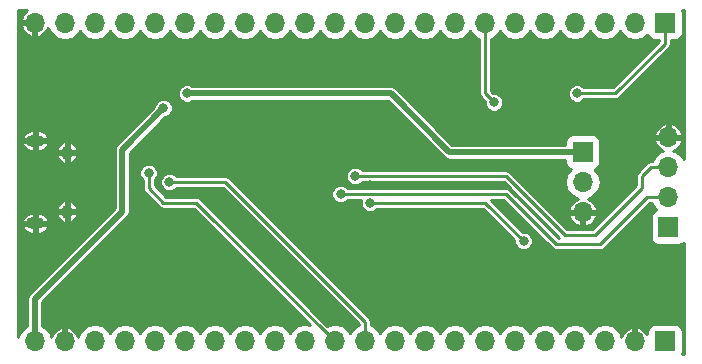
<source format=gbr>
G04 #@! TF.GenerationSoftware,KiCad,Pcbnew,(2017-05-18 revision 2a3a699)-master*
G04 #@! TF.CreationDate,2017-06-18T12:29:58+03:00*
G04 #@! TF.ProjectId,stm32f072c8tx_breakout,73746D333266303732633874785F6272,rev?*
G04 #@! TF.FileFunction,Copper,L2,Bot,Signal*
G04 #@! TF.FilePolarity,Positive*
%FSLAX46Y46*%
G04 Gerber Fmt 4.6, Leading zero omitted, Abs format (unit mm)*
G04 Created by KiCad (PCBNEW (2017-05-18 revision 2a3a699)-master) date Sun Jun 18 12:29:58 2017*
%MOMM*%
%LPD*%
G01*
G04 APERTURE LIST*
%ADD10C,0.100000*%
%ADD11O,1.550000X1.000000*%
%ADD12O,0.950000X1.250000*%
%ADD13R,1.700000X1.700000*%
%ADD14O,1.700000X1.700000*%
%ADD15C,0.800000*%
%ADD16C,0.250000*%
%ADD17C,0.500000*%
%ADD18C,0.254000*%
G04 APERTURE END LIST*
D10*
D11*
X99650000Y-118500000D03*
X99650000Y-111500000D03*
D12*
X102350000Y-117500000D03*
X102350000Y-112500000D03*
D13*
X152960000Y-128500000D03*
D14*
X150420000Y-128500000D03*
X147880000Y-128500000D03*
X145340000Y-128500000D03*
X142800000Y-128500000D03*
X140260000Y-128500000D03*
X137720000Y-128500000D03*
X135180000Y-128500000D03*
X132640000Y-128500000D03*
X130100000Y-128500000D03*
X127560000Y-128500000D03*
X125020000Y-128500000D03*
X122480000Y-128500000D03*
X119940000Y-128500000D03*
X117400000Y-128500000D03*
X114860000Y-128500000D03*
X112320000Y-128500000D03*
X109780000Y-128500000D03*
X107240000Y-128500000D03*
X104700000Y-128500000D03*
X102160000Y-128500000D03*
X99620000Y-128500000D03*
X99620000Y-101500000D03*
X102160000Y-101500000D03*
X104700000Y-101500000D03*
X107240000Y-101500000D03*
X109780000Y-101500000D03*
X112320000Y-101500000D03*
X114860000Y-101500000D03*
X117400000Y-101500000D03*
X119940000Y-101500000D03*
X122480000Y-101500000D03*
X125020000Y-101500000D03*
X127560000Y-101500000D03*
X130100000Y-101500000D03*
X132640000Y-101500000D03*
X135180000Y-101500000D03*
X137720000Y-101500000D03*
X140260000Y-101500000D03*
X142800000Y-101500000D03*
X145340000Y-101500000D03*
X147880000Y-101500000D03*
X150420000Y-101500000D03*
D13*
X152960000Y-101500000D03*
D14*
X146000000Y-117540000D03*
X146000000Y-115000000D03*
D13*
X146000000Y-112460000D03*
D14*
X153250000Y-111210000D03*
X153250000Y-113750000D03*
X153250000Y-116290000D03*
D13*
X153250000Y-118830000D03*
D15*
X132750000Y-106750000D03*
X120500000Y-115000000D03*
X110000000Y-122500000D03*
X128012657Y-113487338D03*
X124000000Y-114500000D03*
X128000000Y-115250000D03*
X126500000Y-121000000D03*
X114750000Y-109000000D03*
X104000000Y-108750000D03*
X112500000Y-107500000D03*
X128000000Y-116750000D03*
X141000000Y-120000000D03*
X110500000Y-108750000D03*
X111000000Y-115000000D03*
X109250000Y-114250000D03*
X138500000Y-108250000D03*
X145500000Y-107500000D03*
X126746224Y-114503776D03*
X125500000Y-116000000D03*
D16*
X132750000Y-106750000D02*
X136000000Y-110000000D01*
X136000000Y-110000000D02*
X149750000Y-110000000D01*
X131000000Y-105000000D02*
X111250000Y-105000000D01*
X132750000Y-106750000D02*
X131000000Y-105000000D01*
X124000000Y-118500000D02*
X124000000Y-115000000D01*
X124000000Y-115000000D02*
X124000000Y-114500000D01*
X120500000Y-115000000D02*
X124000000Y-115000000D01*
X102160000Y-126840000D02*
X106500000Y-122500000D01*
X106500000Y-122500000D02*
X110000000Y-122500000D01*
X102160000Y-128500000D02*
X102160000Y-126840000D01*
X128000000Y-115250000D02*
X126250000Y-115250000D01*
X126250000Y-115250000D02*
X125750000Y-114750000D01*
X125750000Y-114750000D02*
X125750000Y-113487338D01*
X125012662Y-113487338D02*
X125750000Y-113487338D01*
X125750000Y-113487338D02*
X128012657Y-113487338D01*
X153250000Y-111210000D02*
X150960000Y-111210000D01*
X150960000Y-111210000D02*
X149750000Y-110000000D01*
X124000000Y-114500000D02*
X125012662Y-113487338D01*
X124000000Y-118500000D02*
X126500000Y-121000000D01*
X104000000Y-108750000D02*
X107750000Y-105000000D01*
X107750000Y-105000000D02*
X111250000Y-105000000D01*
X111250000Y-107750000D02*
X111250000Y-105000000D01*
X112100001Y-108600001D02*
X111250000Y-107750000D01*
X114750000Y-109000000D02*
X114350001Y-108600001D01*
X114350001Y-108600001D02*
X112100001Y-108600001D01*
D17*
X129750000Y-107500000D02*
X134710000Y-112460000D01*
X134710000Y-112460000D02*
X146000000Y-112460000D01*
X112500000Y-107500000D02*
X129750000Y-107500000D01*
D16*
X137750000Y-116750000D02*
X128000000Y-116750000D01*
X141000000Y-120000000D02*
X137750000Y-116750000D01*
D17*
X110500000Y-108750000D02*
X107000000Y-112250000D01*
X107000000Y-112250000D02*
X107000000Y-117500000D01*
X107000000Y-117500000D02*
X99620000Y-124880000D01*
X99620000Y-124880000D02*
X99620000Y-128500000D01*
D16*
X127560000Y-126810000D02*
X115750000Y-115000000D01*
X115750000Y-115000000D02*
X111000000Y-115000000D01*
X127560000Y-128500000D02*
X127560000Y-126810000D01*
X125020000Y-128500000D02*
X113270000Y-116750000D01*
X113270000Y-116750000D02*
X110500000Y-116750000D01*
X110500000Y-116750000D02*
X109250000Y-115500000D01*
X109250000Y-115500000D02*
X109250000Y-114250000D01*
X137720000Y-101500000D02*
X137720000Y-107470000D01*
X137720000Y-107470000D02*
X138500000Y-108250000D01*
X145500000Y-107500000D02*
X148750000Y-107500000D01*
X148750000Y-107500000D02*
X152960000Y-103290000D01*
X152960000Y-103290000D02*
X152960000Y-101500000D01*
X153250000Y-113750000D02*
X151750000Y-113750000D01*
X151750000Y-113750000D02*
X151000000Y-114500000D01*
X151000000Y-114500000D02*
X151000000Y-115500000D01*
X147000000Y-119500000D02*
X144500000Y-119500000D01*
X151000000Y-115500000D02*
X147000000Y-119500000D01*
X144500000Y-119500000D02*
X139503776Y-114503776D01*
X139503776Y-114503776D02*
X126746224Y-114503776D01*
X125500000Y-116000000D02*
X139500000Y-116000000D01*
X139500000Y-116000000D02*
X143750000Y-120250000D01*
X147500000Y-120250000D02*
X151460000Y-116290000D01*
X151460000Y-116290000D02*
X153250000Y-116290000D01*
X143750000Y-120250000D02*
X147500000Y-120250000D01*
D18*
G36*
X98642348Y-100751944D02*
X98430499Y-101183018D01*
X98490807Y-101373000D01*
X99493000Y-101373000D01*
X99493000Y-101353000D01*
X99747000Y-101353000D01*
X99747000Y-101373000D01*
X99767000Y-101373000D01*
X99767000Y-101627000D01*
X99747000Y-101627000D01*
X99747000Y-102628627D01*
X99936980Y-102689489D01*
X100236964Y-102565245D01*
X100597652Y-102248056D01*
X100760236Y-101917227D01*
X100795430Y-102094159D01*
X101115603Y-102573333D01*
X101594777Y-102893506D01*
X102160000Y-103005936D01*
X102725223Y-102893506D01*
X103204397Y-102573333D01*
X103430000Y-102235693D01*
X103655603Y-102573333D01*
X104134777Y-102893506D01*
X104700000Y-103005936D01*
X105265223Y-102893506D01*
X105744397Y-102573333D01*
X105970000Y-102235693D01*
X106195603Y-102573333D01*
X106674777Y-102893506D01*
X107240000Y-103005936D01*
X107805223Y-102893506D01*
X108284397Y-102573333D01*
X108510000Y-102235693D01*
X108735603Y-102573333D01*
X109214777Y-102893506D01*
X109780000Y-103005936D01*
X110345223Y-102893506D01*
X110824397Y-102573333D01*
X111050000Y-102235693D01*
X111275603Y-102573333D01*
X111754777Y-102893506D01*
X112320000Y-103005936D01*
X112885223Y-102893506D01*
X113364397Y-102573333D01*
X113590000Y-102235693D01*
X113815603Y-102573333D01*
X114294777Y-102893506D01*
X114860000Y-103005936D01*
X115425223Y-102893506D01*
X115904397Y-102573333D01*
X116130000Y-102235693D01*
X116355603Y-102573333D01*
X116834777Y-102893506D01*
X117400000Y-103005936D01*
X117965223Y-102893506D01*
X118444397Y-102573333D01*
X118670000Y-102235693D01*
X118895603Y-102573333D01*
X119374777Y-102893506D01*
X119940000Y-103005936D01*
X120505223Y-102893506D01*
X120984397Y-102573333D01*
X121210000Y-102235693D01*
X121435603Y-102573333D01*
X121914777Y-102893506D01*
X122480000Y-103005936D01*
X123045223Y-102893506D01*
X123524397Y-102573333D01*
X123750000Y-102235693D01*
X123975603Y-102573333D01*
X124454777Y-102893506D01*
X125020000Y-103005936D01*
X125585223Y-102893506D01*
X126064397Y-102573333D01*
X126290000Y-102235693D01*
X126515603Y-102573333D01*
X126994777Y-102893506D01*
X127560000Y-103005936D01*
X128125223Y-102893506D01*
X128604397Y-102573333D01*
X128830000Y-102235693D01*
X129055603Y-102573333D01*
X129534777Y-102893506D01*
X130100000Y-103005936D01*
X130665223Y-102893506D01*
X131144397Y-102573333D01*
X131370000Y-102235693D01*
X131595603Y-102573333D01*
X132074777Y-102893506D01*
X132640000Y-103005936D01*
X133205223Y-102893506D01*
X133684397Y-102573333D01*
X133910000Y-102235693D01*
X134135603Y-102573333D01*
X134614777Y-102893506D01*
X135180000Y-103005936D01*
X135745223Y-102893506D01*
X136224397Y-102573333D01*
X136450000Y-102235693D01*
X136675603Y-102573333D01*
X137154777Y-102893506D01*
X137214000Y-102905286D01*
X137214000Y-107470000D01*
X137252517Y-107663638D01*
X137362204Y-107827796D01*
X137719057Y-108184649D01*
X137718864Y-108404669D01*
X137837514Y-108691823D01*
X138057021Y-108911714D01*
X138343968Y-109030864D01*
X138654669Y-109031136D01*
X138941823Y-108912486D01*
X139161714Y-108692979D01*
X139280864Y-108406032D01*
X139281136Y-108095331D01*
X139162486Y-107808177D01*
X138942979Y-107588286D01*
X138656032Y-107469136D01*
X138434534Y-107468942D01*
X138226000Y-107260408D01*
X138226000Y-102905286D01*
X138285223Y-102893506D01*
X138764397Y-102573333D01*
X138990000Y-102235693D01*
X139215603Y-102573333D01*
X139694777Y-102893506D01*
X140260000Y-103005936D01*
X140825223Y-102893506D01*
X141304397Y-102573333D01*
X141530000Y-102235693D01*
X141755603Y-102573333D01*
X142234777Y-102893506D01*
X142800000Y-103005936D01*
X143365223Y-102893506D01*
X143844397Y-102573333D01*
X144070000Y-102235693D01*
X144295603Y-102573333D01*
X144774777Y-102893506D01*
X145340000Y-103005936D01*
X145905223Y-102893506D01*
X146384397Y-102573333D01*
X146610000Y-102235693D01*
X146835603Y-102573333D01*
X147314777Y-102893506D01*
X147880000Y-103005936D01*
X148445223Y-102893506D01*
X148924397Y-102573333D01*
X149150000Y-102235693D01*
X149375603Y-102573333D01*
X149854777Y-102893506D01*
X150420000Y-103005936D01*
X150985223Y-102893506D01*
X151464397Y-102573333D01*
X151503500Y-102514811D01*
X151519380Y-102594643D01*
X151657959Y-102802041D01*
X151865357Y-102940620D01*
X152110000Y-102989283D01*
X152454000Y-102989283D01*
X152454000Y-103080408D01*
X148540408Y-106994000D01*
X146098421Y-106994000D01*
X145942979Y-106838286D01*
X145656032Y-106719136D01*
X145345331Y-106718864D01*
X145058177Y-106837514D01*
X144838286Y-107057021D01*
X144719136Y-107343968D01*
X144718864Y-107654669D01*
X144837514Y-107941823D01*
X145057021Y-108161714D01*
X145343968Y-108280864D01*
X145654669Y-108281136D01*
X145941823Y-108162486D01*
X146098583Y-108006000D01*
X148750000Y-108006000D01*
X148943638Y-107967483D01*
X149107796Y-107857796D01*
X153317796Y-103647796D01*
X153427483Y-103483638D01*
X153466000Y-103290000D01*
X153466000Y-102989283D01*
X153810000Y-102989283D01*
X154054643Y-102940620D01*
X154262041Y-102802041D01*
X154400620Y-102594643D01*
X154449283Y-102350000D01*
X154449283Y-100650000D01*
X154410694Y-100456000D01*
X154544000Y-100456000D01*
X154544000Y-113035855D01*
X154323333Y-112705603D01*
X153844159Y-112385430D01*
X153667227Y-112350236D01*
X153998056Y-112187652D01*
X154315245Y-111826964D01*
X154439489Y-111526980D01*
X154378627Y-111337000D01*
X153377000Y-111337000D01*
X153377000Y-111357000D01*
X153123000Y-111357000D01*
X153123000Y-111337000D01*
X152121373Y-111337000D01*
X152060511Y-111526980D01*
X152184755Y-111826964D01*
X152501944Y-112187652D01*
X152832773Y-112350236D01*
X152655841Y-112385430D01*
X152176667Y-112705603D01*
X151856494Y-113184777D01*
X151844714Y-113244000D01*
X151750000Y-113244000D01*
X151556362Y-113282517D01*
X151392204Y-113392204D01*
X150642204Y-114142204D01*
X150532517Y-114306362D01*
X150494000Y-114500000D01*
X150494000Y-115290408D01*
X146790408Y-118994000D01*
X144709592Y-118994000D01*
X143572572Y-117856980D01*
X144810511Y-117856980D01*
X144934755Y-118156964D01*
X145251944Y-118517652D01*
X145683018Y-118729501D01*
X145873000Y-118669193D01*
X145873000Y-117667000D01*
X146127000Y-117667000D01*
X146127000Y-118669193D01*
X146316982Y-118729501D01*
X146748056Y-118517652D01*
X147065245Y-118156964D01*
X147189489Y-117856980D01*
X147128627Y-117667000D01*
X146127000Y-117667000D01*
X145873000Y-117667000D01*
X144871373Y-117667000D01*
X144810511Y-117856980D01*
X143572572Y-117856980D01*
X139861572Y-114145980D01*
X139697414Y-114036293D01*
X139503776Y-113997776D01*
X127344645Y-113997776D01*
X127189203Y-113842062D01*
X126902256Y-113722912D01*
X126591555Y-113722640D01*
X126304401Y-113841290D01*
X126084510Y-114060797D01*
X125965360Y-114347744D01*
X125965088Y-114658445D01*
X126083738Y-114945599D01*
X126303245Y-115165490D01*
X126590192Y-115284640D01*
X126900893Y-115284912D01*
X127188047Y-115166262D01*
X127344807Y-115009776D01*
X139294184Y-115009776D01*
X144028408Y-119744000D01*
X143959592Y-119744000D01*
X139857796Y-115642204D01*
X139693638Y-115532517D01*
X139500000Y-115494000D01*
X126098421Y-115494000D01*
X125942979Y-115338286D01*
X125656032Y-115219136D01*
X125345331Y-115218864D01*
X125058177Y-115337514D01*
X124838286Y-115557021D01*
X124719136Y-115843968D01*
X124718864Y-116154669D01*
X124837514Y-116441823D01*
X125057021Y-116661714D01*
X125343968Y-116780864D01*
X125654669Y-116781136D01*
X125941823Y-116662486D01*
X126098583Y-116506000D01*
X127255663Y-116506000D01*
X127219136Y-116593968D01*
X127218864Y-116904669D01*
X127337514Y-117191823D01*
X127557021Y-117411714D01*
X127843968Y-117530864D01*
X128154669Y-117531136D01*
X128441823Y-117412486D01*
X128598583Y-117256000D01*
X137540408Y-117256000D01*
X140219057Y-119934649D01*
X140218864Y-120154669D01*
X140337514Y-120441823D01*
X140557021Y-120661714D01*
X140843968Y-120780864D01*
X141154669Y-120781136D01*
X141441823Y-120662486D01*
X141661714Y-120442979D01*
X141780864Y-120156032D01*
X141781136Y-119845331D01*
X141662486Y-119558177D01*
X141442979Y-119338286D01*
X141156032Y-119219136D01*
X140934534Y-119218942D01*
X138221592Y-116506000D01*
X139290408Y-116506000D01*
X143392204Y-120607796D01*
X143556362Y-120717483D01*
X143750000Y-120756000D01*
X147500000Y-120756000D01*
X147693638Y-120717483D01*
X147857796Y-120607796D01*
X151669592Y-116796000D01*
X151844714Y-116796000D01*
X151856494Y-116855223D01*
X152176667Y-117334397D01*
X152235189Y-117373500D01*
X152155357Y-117389380D01*
X151947959Y-117527959D01*
X151809380Y-117735357D01*
X151760717Y-117980000D01*
X151760717Y-119680000D01*
X151809380Y-119924643D01*
X151947959Y-120132041D01*
X152155357Y-120270620D01*
X152400000Y-120319283D01*
X154100000Y-120319283D01*
X154344643Y-120270620D01*
X154544000Y-120137414D01*
X154544000Y-129544000D01*
X154410694Y-129544000D01*
X154449283Y-129350000D01*
X154449283Y-127650000D01*
X154400620Y-127405357D01*
X154262041Y-127197959D01*
X154054643Y-127059380D01*
X153810000Y-127010717D01*
X152110000Y-127010717D01*
X151865357Y-127059380D01*
X151657959Y-127197959D01*
X151519380Y-127405357D01*
X151470717Y-127650000D01*
X151470717Y-127900618D01*
X151397652Y-127751944D01*
X151036964Y-127434755D01*
X150736980Y-127310511D01*
X150547000Y-127371373D01*
X150547000Y-128373000D01*
X150567000Y-128373000D01*
X150567000Y-128627000D01*
X150547000Y-128627000D01*
X150547000Y-128647000D01*
X150293000Y-128647000D01*
X150293000Y-128627000D01*
X150273000Y-128627000D01*
X150273000Y-128373000D01*
X150293000Y-128373000D01*
X150293000Y-127371373D01*
X150103020Y-127310511D01*
X149803036Y-127434755D01*
X149442348Y-127751944D01*
X149279764Y-128082773D01*
X149244570Y-127905841D01*
X148924397Y-127426667D01*
X148445223Y-127106494D01*
X147880000Y-126994064D01*
X147314777Y-127106494D01*
X146835603Y-127426667D01*
X146610000Y-127764307D01*
X146384397Y-127426667D01*
X145905223Y-127106494D01*
X145340000Y-126994064D01*
X144774777Y-127106494D01*
X144295603Y-127426667D01*
X144070000Y-127764307D01*
X143844397Y-127426667D01*
X143365223Y-127106494D01*
X142800000Y-126994064D01*
X142234777Y-127106494D01*
X141755603Y-127426667D01*
X141530000Y-127764307D01*
X141304397Y-127426667D01*
X140825223Y-127106494D01*
X140260000Y-126994064D01*
X139694777Y-127106494D01*
X139215603Y-127426667D01*
X138990000Y-127764307D01*
X138764397Y-127426667D01*
X138285223Y-127106494D01*
X137720000Y-126994064D01*
X137154777Y-127106494D01*
X136675603Y-127426667D01*
X136450000Y-127764307D01*
X136224397Y-127426667D01*
X135745223Y-127106494D01*
X135180000Y-126994064D01*
X134614777Y-127106494D01*
X134135603Y-127426667D01*
X133910000Y-127764307D01*
X133684397Y-127426667D01*
X133205223Y-127106494D01*
X132640000Y-126994064D01*
X132074777Y-127106494D01*
X131595603Y-127426667D01*
X131370000Y-127764307D01*
X131144397Y-127426667D01*
X130665223Y-127106494D01*
X130100000Y-126994064D01*
X129534777Y-127106494D01*
X129055603Y-127426667D01*
X128830000Y-127764307D01*
X128604397Y-127426667D01*
X128125223Y-127106494D01*
X128066000Y-127094714D01*
X128066000Y-126810000D01*
X128027483Y-126616362D01*
X127917796Y-126452204D01*
X116107796Y-114642204D01*
X115943638Y-114532517D01*
X115750000Y-114494000D01*
X111598421Y-114494000D01*
X111442979Y-114338286D01*
X111156032Y-114219136D01*
X110845331Y-114218864D01*
X110558177Y-114337514D01*
X110338286Y-114557021D01*
X110219136Y-114843968D01*
X110218864Y-115154669D01*
X110337514Y-115441823D01*
X110557021Y-115661714D01*
X110843968Y-115780864D01*
X111154669Y-115781136D01*
X111441823Y-115662486D01*
X111598583Y-115506000D01*
X115540408Y-115506000D01*
X127054000Y-127019592D01*
X127054000Y-127094714D01*
X126994777Y-127106494D01*
X126515603Y-127426667D01*
X126290000Y-127764307D01*
X126064397Y-127426667D01*
X125585223Y-127106494D01*
X125020000Y-126994064D01*
X124454777Y-127106494D01*
X124387224Y-127151632D01*
X113627796Y-116392204D01*
X113463638Y-116282517D01*
X113270000Y-116244000D01*
X110709592Y-116244000D01*
X109756000Y-115290408D01*
X109756000Y-114848421D01*
X109911714Y-114692979D01*
X110030864Y-114406032D01*
X110031136Y-114095331D01*
X109912486Y-113808177D01*
X109692979Y-113588286D01*
X109406032Y-113469136D01*
X109095331Y-113468864D01*
X108808177Y-113587514D01*
X108588286Y-113807021D01*
X108469136Y-114093968D01*
X108468864Y-114404669D01*
X108587514Y-114691823D01*
X108744000Y-114848583D01*
X108744000Y-115500000D01*
X108782517Y-115693638D01*
X108892204Y-115857796D01*
X110142204Y-117107796D01*
X110306362Y-117217483D01*
X110500000Y-117256000D01*
X113060408Y-117256000D01*
X122877550Y-127073142D01*
X122480000Y-126994064D01*
X121914777Y-127106494D01*
X121435603Y-127426667D01*
X121210000Y-127764307D01*
X120984397Y-127426667D01*
X120505223Y-127106494D01*
X119940000Y-126994064D01*
X119374777Y-127106494D01*
X118895603Y-127426667D01*
X118670000Y-127764307D01*
X118444397Y-127426667D01*
X117965223Y-127106494D01*
X117400000Y-126994064D01*
X116834777Y-127106494D01*
X116355603Y-127426667D01*
X116130000Y-127764307D01*
X115904397Y-127426667D01*
X115425223Y-127106494D01*
X114860000Y-126994064D01*
X114294777Y-127106494D01*
X113815603Y-127426667D01*
X113590000Y-127764307D01*
X113364397Y-127426667D01*
X112885223Y-127106494D01*
X112320000Y-126994064D01*
X111754777Y-127106494D01*
X111275603Y-127426667D01*
X111050000Y-127764307D01*
X110824397Y-127426667D01*
X110345223Y-127106494D01*
X109780000Y-126994064D01*
X109214777Y-127106494D01*
X108735603Y-127426667D01*
X108510000Y-127764307D01*
X108284397Y-127426667D01*
X107805223Y-127106494D01*
X107240000Y-126994064D01*
X106674777Y-127106494D01*
X106195603Y-127426667D01*
X105970000Y-127764307D01*
X105744397Y-127426667D01*
X105265223Y-127106494D01*
X104700000Y-126994064D01*
X104134777Y-127106494D01*
X103655603Y-127426667D01*
X103335430Y-127905841D01*
X103300236Y-128082773D01*
X103137652Y-127751944D01*
X102776964Y-127434755D01*
X102476980Y-127310511D01*
X102287000Y-127371373D01*
X102287000Y-128373000D01*
X102307000Y-128373000D01*
X102307000Y-128627000D01*
X102287000Y-128627000D01*
X102287000Y-128647000D01*
X102033000Y-128647000D01*
X102033000Y-128627000D01*
X102013000Y-128627000D01*
X102013000Y-128373000D01*
X102033000Y-128373000D01*
X102033000Y-127371373D01*
X101843020Y-127310511D01*
X101543036Y-127434755D01*
X101182348Y-127751944D01*
X101019764Y-128082773D01*
X100984570Y-127905841D01*
X100664397Y-127426667D01*
X100251000Y-127150445D01*
X100251000Y-125141368D01*
X107446184Y-117946184D01*
X107582968Y-117741473D01*
X107584323Y-117734663D01*
X107631000Y-117500000D01*
X107631000Y-112511368D01*
X110611271Y-109531098D01*
X110654669Y-109531136D01*
X110941823Y-109412486D01*
X111161714Y-109192979D01*
X111280864Y-108906032D01*
X111281136Y-108595331D01*
X111162486Y-108308177D01*
X110942979Y-108088286D01*
X110656032Y-107969136D01*
X110345331Y-107968864D01*
X110058177Y-108087514D01*
X109838286Y-108307021D01*
X109719136Y-108593968D01*
X109719097Y-108638534D01*
X106553816Y-111803816D01*
X106417032Y-112008527D01*
X106369000Y-112250000D01*
X106369000Y-117238632D01*
X99173816Y-124433816D01*
X99037032Y-124638527D01*
X98989000Y-124880000D01*
X98989000Y-127150445D01*
X98575603Y-127426667D01*
X98255430Y-127905841D01*
X98206000Y-128154342D01*
X98206000Y-118761816D01*
X98533802Y-118761816D01*
X98662236Y-119033158D01*
X98920523Y-119265337D01*
X99248000Y-119381000D01*
X99523000Y-119381000D01*
X99523000Y-118627000D01*
X99777000Y-118627000D01*
X99777000Y-119381000D01*
X100052000Y-119381000D01*
X100379477Y-119265337D01*
X100637764Y-119033158D01*
X100766198Y-118761816D01*
X100700419Y-118627000D01*
X99777000Y-118627000D01*
X99523000Y-118627000D01*
X98599581Y-118627000D01*
X98533802Y-118761816D01*
X98206000Y-118761816D01*
X98206000Y-118238184D01*
X98533802Y-118238184D01*
X98599581Y-118373000D01*
X99523000Y-118373000D01*
X99523000Y-117619000D01*
X99777000Y-117619000D01*
X99777000Y-118373000D01*
X100700419Y-118373000D01*
X100766198Y-118238184D01*
X100637764Y-117966842D01*
X100409284Y-117761457D01*
X101499261Y-117761457D01*
X101606672Y-118078537D01*
X101827248Y-118330376D01*
X102092138Y-118466237D01*
X102223000Y-118400074D01*
X102223000Y-117627000D01*
X102477000Y-117627000D01*
X102477000Y-118400074D01*
X102607862Y-118466237D01*
X102872752Y-118330376D01*
X103093328Y-118078537D01*
X103200739Y-117761457D01*
X103112451Y-117627000D01*
X102477000Y-117627000D01*
X102223000Y-117627000D01*
X101587549Y-117627000D01*
X101499261Y-117761457D01*
X100409284Y-117761457D01*
X100379477Y-117734663D01*
X100052000Y-117619000D01*
X99777000Y-117619000D01*
X99523000Y-117619000D01*
X99248000Y-117619000D01*
X98920523Y-117734663D01*
X98662236Y-117966842D01*
X98533802Y-118238184D01*
X98206000Y-118238184D01*
X98206000Y-117238543D01*
X101499261Y-117238543D01*
X101587549Y-117373000D01*
X102223000Y-117373000D01*
X102223000Y-116599926D01*
X102477000Y-116599926D01*
X102477000Y-117373000D01*
X103112451Y-117373000D01*
X103200739Y-117238543D01*
X103093328Y-116921463D01*
X102872752Y-116669624D01*
X102607862Y-116533763D01*
X102477000Y-116599926D01*
X102223000Y-116599926D01*
X102092138Y-116533763D01*
X101827248Y-116669624D01*
X101606672Y-116921463D01*
X101499261Y-117238543D01*
X98206000Y-117238543D01*
X98206000Y-112761457D01*
X101499261Y-112761457D01*
X101606672Y-113078537D01*
X101827248Y-113330376D01*
X102092138Y-113466237D01*
X102223000Y-113400074D01*
X102223000Y-112627000D01*
X102477000Y-112627000D01*
X102477000Y-113400074D01*
X102607862Y-113466237D01*
X102872752Y-113330376D01*
X103093328Y-113078537D01*
X103200739Y-112761457D01*
X103112451Y-112627000D01*
X102477000Y-112627000D01*
X102223000Y-112627000D01*
X101587549Y-112627000D01*
X101499261Y-112761457D01*
X98206000Y-112761457D01*
X98206000Y-111761816D01*
X98533802Y-111761816D01*
X98662236Y-112033158D01*
X98920523Y-112265337D01*
X99248000Y-112381000D01*
X99523000Y-112381000D01*
X99523000Y-111627000D01*
X99777000Y-111627000D01*
X99777000Y-112381000D01*
X100052000Y-112381000D01*
X100379477Y-112265337D01*
X100409283Y-112238543D01*
X101499261Y-112238543D01*
X101587549Y-112373000D01*
X102223000Y-112373000D01*
X102223000Y-111599926D01*
X102477000Y-111599926D01*
X102477000Y-112373000D01*
X103112451Y-112373000D01*
X103200739Y-112238543D01*
X103093328Y-111921463D01*
X102872752Y-111669624D01*
X102607862Y-111533763D01*
X102477000Y-111599926D01*
X102223000Y-111599926D01*
X102092138Y-111533763D01*
X101827248Y-111669624D01*
X101606672Y-111921463D01*
X101499261Y-112238543D01*
X100409283Y-112238543D01*
X100637764Y-112033158D01*
X100766198Y-111761816D01*
X100700419Y-111627000D01*
X99777000Y-111627000D01*
X99523000Y-111627000D01*
X98599581Y-111627000D01*
X98533802Y-111761816D01*
X98206000Y-111761816D01*
X98206000Y-111238184D01*
X98533802Y-111238184D01*
X98599581Y-111373000D01*
X99523000Y-111373000D01*
X99523000Y-110619000D01*
X99777000Y-110619000D01*
X99777000Y-111373000D01*
X100700419Y-111373000D01*
X100766198Y-111238184D01*
X100637764Y-110966842D01*
X100379477Y-110734663D01*
X100052000Y-110619000D01*
X99777000Y-110619000D01*
X99523000Y-110619000D01*
X99248000Y-110619000D01*
X98920523Y-110734663D01*
X98662236Y-110966842D01*
X98533802Y-111238184D01*
X98206000Y-111238184D01*
X98206000Y-107654669D01*
X111718864Y-107654669D01*
X111837514Y-107941823D01*
X112057021Y-108161714D01*
X112343968Y-108280864D01*
X112654669Y-108281136D01*
X112941823Y-108162486D01*
X112973364Y-108131000D01*
X129488632Y-108131000D01*
X134263815Y-112906184D01*
X134468526Y-113042968D01*
X134508589Y-113050937D01*
X134710000Y-113091000D01*
X144510717Y-113091000D01*
X144510717Y-113310000D01*
X144559380Y-113554643D01*
X144697959Y-113762041D01*
X144905357Y-113900620D01*
X144985189Y-113916500D01*
X144926667Y-113955603D01*
X144606494Y-114434777D01*
X144494064Y-115000000D01*
X144606494Y-115565223D01*
X144926667Y-116044397D01*
X145405841Y-116364570D01*
X145582773Y-116399764D01*
X145251944Y-116562348D01*
X144934755Y-116923036D01*
X144810511Y-117223020D01*
X144871373Y-117413000D01*
X145873000Y-117413000D01*
X145873000Y-117393000D01*
X146127000Y-117393000D01*
X146127000Y-117413000D01*
X147128627Y-117413000D01*
X147189489Y-117223020D01*
X147065245Y-116923036D01*
X146748056Y-116562348D01*
X146417227Y-116399764D01*
X146594159Y-116364570D01*
X147073333Y-116044397D01*
X147393506Y-115565223D01*
X147505936Y-115000000D01*
X147393506Y-114434777D01*
X147073333Y-113955603D01*
X147014811Y-113916500D01*
X147094643Y-113900620D01*
X147302041Y-113762041D01*
X147440620Y-113554643D01*
X147489283Y-113310000D01*
X147489283Y-111610000D01*
X147440620Y-111365357D01*
X147302041Y-111157959D01*
X147094643Y-111019380D01*
X146850000Y-110970717D01*
X145150000Y-110970717D01*
X144905357Y-111019380D01*
X144697959Y-111157959D01*
X144559380Y-111365357D01*
X144510717Y-111610000D01*
X144510717Y-111829000D01*
X134971369Y-111829000D01*
X134035389Y-110893020D01*
X152060511Y-110893020D01*
X152121373Y-111083000D01*
X153123000Y-111083000D01*
X153123000Y-110080807D01*
X153377000Y-110080807D01*
X153377000Y-111083000D01*
X154378627Y-111083000D01*
X154439489Y-110893020D01*
X154315245Y-110593036D01*
X153998056Y-110232348D01*
X153566982Y-110020499D01*
X153377000Y-110080807D01*
X153123000Y-110080807D01*
X152933018Y-110020499D01*
X152501944Y-110232348D01*
X152184755Y-110593036D01*
X152060511Y-110893020D01*
X134035389Y-110893020D01*
X130196184Y-107053816D01*
X129991473Y-106917032D01*
X129750000Y-106869000D01*
X112973639Y-106869000D01*
X112942979Y-106838286D01*
X112656032Y-106719136D01*
X112345331Y-106718864D01*
X112058177Y-106837514D01*
X111838286Y-107057021D01*
X111719136Y-107343968D01*
X111718864Y-107654669D01*
X98206000Y-107654669D01*
X98206000Y-101816982D01*
X98430499Y-101816982D01*
X98642348Y-102248056D01*
X99003036Y-102565245D01*
X99303020Y-102689489D01*
X99493000Y-102628627D01*
X99493000Y-101627000D01*
X98490807Y-101627000D01*
X98430499Y-101816982D01*
X98206000Y-101816982D01*
X98206000Y-100456000D01*
X98978877Y-100456000D01*
X98642348Y-100751944D01*
X98642348Y-100751944D01*
G37*
X98642348Y-100751944D02*
X98430499Y-101183018D01*
X98490807Y-101373000D01*
X99493000Y-101373000D01*
X99493000Y-101353000D01*
X99747000Y-101353000D01*
X99747000Y-101373000D01*
X99767000Y-101373000D01*
X99767000Y-101627000D01*
X99747000Y-101627000D01*
X99747000Y-102628627D01*
X99936980Y-102689489D01*
X100236964Y-102565245D01*
X100597652Y-102248056D01*
X100760236Y-101917227D01*
X100795430Y-102094159D01*
X101115603Y-102573333D01*
X101594777Y-102893506D01*
X102160000Y-103005936D01*
X102725223Y-102893506D01*
X103204397Y-102573333D01*
X103430000Y-102235693D01*
X103655603Y-102573333D01*
X104134777Y-102893506D01*
X104700000Y-103005936D01*
X105265223Y-102893506D01*
X105744397Y-102573333D01*
X105970000Y-102235693D01*
X106195603Y-102573333D01*
X106674777Y-102893506D01*
X107240000Y-103005936D01*
X107805223Y-102893506D01*
X108284397Y-102573333D01*
X108510000Y-102235693D01*
X108735603Y-102573333D01*
X109214777Y-102893506D01*
X109780000Y-103005936D01*
X110345223Y-102893506D01*
X110824397Y-102573333D01*
X111050000Y-102235693D01*
X111275603Y-102573333D01*
X111754777Y-102893506D01*
X112320000Y-103005936D01*
X112885223Y-102893506D01*
X113364397Y-102573333D01*
X113590000Y-102235693D01*
X113815603Y-102573333D01*
X114294777Y-102893506D01*
X114860000Y-103005936D01*
X115425223Y-102893506D01*
X115904397Y-102573333D01*
X116130000Y-102235693D01*
X116355603Y-102573333D01*
X116834777Y-102893506D01*
X117400000Y-103005936D01*
X117965223Y-102893506D01*
X118444397Y-102573333D01*
X118670000Y-102235693D01*
X118895603Y-102573333D01*
X119374777Y-102893506D01*
X119940000Y-103005936D01*
X120505223Y-102893506D01*
X120984397Y-102573333D01*
X121210000Y-102235693D01*
X121435603Y-102573333D01*
X121914777Y-102893506D01*
X122480000Y-103005936D01*
X123045223Y-102893506D01*
X123524397Y-102573333D01*
X123750000Y-102235693D01*
X123975603Y-102573333D01*
X124454777Y-102893506D01*
X125020000Y-103005936D01*
X125585223Y-102893506D01*
X126064397Y-102573333D01*
X126290000Y-102235693D01*
X126515603Y-102573333D01*
X126994777Y-102893506D01*
X127560000Y-103005936D01*
X128125223Y-102893506D01*
X128604397Y-102573333D01*
X128830000Y-102235693D01*
X129055603Y-102573333D01*
X129534777Y-102893506D01*
X130100000Y-103005936D01*
X130665223Y-102893506D01*
X131144397Y-102573333D01*
X131370000Y-102235693D01*
X131595603Y-102573333D01*
X132074777Y-102893506D01*
X132640000Y-103005936D01*
X133205223Y-102893506D01*
X133684397Y-102573333D01*
X133910000Y-102235693D01*
X134135603Y-102573333D01*
X134614777Y-102893506D01*
X135180000Y-103005936D01*
X135745223Y-102893506D01*
X136224397Y-102573333D01*
X136450000Y-102235693D01*
X136675603Y-102573333D01*
X137154777Y-102893506D01*
X137214000Y-102905286D01*
X137214000Y-107470000D01*
X137252517Y-107663638D01*
X137362204Y-107827796D01*
X137719057Y-108184649D01*
X137718864Y-108404669D01*
X137837514Y-108691823D01*
X138057021Y-108911714D01*
X138343968Y-109030864D01*
X138654669Y-109031136D01*
X138941823Y-108912486D01*
X139161714Y-108692979D01*
X139280864Y-108406032D01*
X139281136Y-108095331D01*
X139162486Y-107808177D01*
X138942979Y-107588286D01*
X138656032Y-107469136D01*
X138434534Y-107468942D01*
X138226000Y-107260408D01*
X138226000Y-102905286D01*
X138285223Y-102893506D01*
X138764397Y-102573333D01*
X138990000Y-102235693D01*
X139215603Y-102573333D01*
X139694777Y-102893506D01*
X140260000Y-103005936D01*
X140825223Y-102893506D01*
X141304397Y-102573333D01*
X141530000Y-102235693D01*
X141755603Y-102573333D01*
X142234777Y-102893506D01*
X142800000Y-103005936D01*
X143365223Y-102893506D01*
X143844397Y-102573333D01*
X144070000Y-102235693D01*
X144295603Y-102573333D01*
X144774777Y-102893506D01*
X145340000Y-103005936D01*
X145905223Y-102893506D01*
X146384397Y-102573333D01*
X146610000Y-102235693D01*
X146835603Y-102573333D01*
X147314777Y-102893506D01*
X147880000Y-103005936D01*
X148445223Y-102893506D01*
X148924397Y-102573333D01*
X149150000Y-102235693D01*
X149375603Y-102573333D01*
X149854777Y-102893506D01*
X150420000Y-103005936D01*
X150985223Y-102893506D01*
X151464397Y-102573333D01*
X151503500Y-102514811D01*
X151519380Y-102594643D01*
X151657959Y-102802041D01*
X151865357Y-102940620D01*
X152110000Y-102989283D01*
X152454000Y-102989283D01*
X152454000Y-103080408D01*
X148540408Y-106994000D01*
X146098421Y-106994000D01*
X145942979Y-106838286D01*
X145656032Y-106719136D01*
X145345331Y-106718864D01*
X145058177Y-106837514D01*
X144838286Y-107057021D01*
X144719136Y-107343968D01*
X144718864Y-107654669D01*
X144837514Y-107941823D01*
X145057021Y-108161714D01*
X145343968Y-108280864D01*
X145654669Y-108281136D01*
X145941823Y-108162486D01*
X146098583Y-108006000D01*
X148750000Y-108006000D01*
X148943638Y-107967483D01*
X149107796Y-107857796D01*
X153317796Y-103647796D01*
X153427483Y-103483638D01*
X153466000Y-103290000D01*
X153466000Y-102989283D01*
X153810000Y-102989283D01*
X154054643Y-102940620D01*
X154262041Y-102802041D01*
X154400620Y-102594643D01*
X154449283Y-102350000D01*
X154449283Y-100650000D01*
X154410694Y-100456000D01*
X154544000Y-100456000D01*
X154544000Y-113035855D01*
X154323333Y-112705603D01*
X153844159Y-112385430D01*
X153667227Y-112350236D01*
X153998056Y-112187652D01*
X154315245Y-111826964D01*
X154439489Y-111526980D01*
X154378627Y-111337000D01*
X153377000Y-111337000D01*
X153377000Y-111357000D01*
X153123000Y-111357000D01*
X153123000Y-111337000D01*
X152121373Y-111337000D01*
X152060511Y-111526980D01*
X152184755Y-111826964D01*
X152501944Y-112187652D01*
X152832773Y-112350236D01*
X152655841Y-112385430D01*
X152176667Y-112705603D01*
X151856494Y-113184777D01*
X151844714Y-113244000D01*
X151750000Y-113244000D01*
X151556362Y-113282517D01*
X151392204Y-113392204D01*
X150642204Y-114142204D01*
X150532517Y-114306362D01*
X150494000Y-114500000D01*
X150494000Y-115290408D01*
X146790408Y-118994000D01*
X144709592Y-118994000D01*
X143572572Y-117856980D01*
X144810511Y-117856980D01*
X144934755Y-118156964D01*
X145251944Y-118517652D01*
X145683018Y-118729501D01*
X145873000Y-118669193D01*
X145873000Y-117667000D01*
X146127000Y-117667000D01*
X146127000Y-118669193D01*
X146316982Y-118729501D01*
X146748056Y-118517652D01*
X147065245Y-118156964D01*
X147189489Y-117856980D01*
X147128627Y-117667000D01*
X146127000Y-117667000D01*
X145873000Y-117667000D01*
X144871373Y-117667000D01*
X144810511Y-117856980D01*
X143572572Y-117856980D01*
X139861572Y-114145980D01*
X139697414Y-114036293D01*
X139503776Y-113997776D01*
X127344645Y-113997776D01*
X127189203Y-113842062D01*
X126902256Y-113722912D01*
X126591555Y-113722640D01*
X126304401Y-113841290D01*
X126084510Y-114060797D01*
X125965360Y-114347744D01*
X125965088Y-114658445D01*
X126083738Y-114945599D01*
X126303245Y-115165490D01*
X126590192Y-115284640D01*
X126900893Y-115284912D01*
X127188047Y-115166262D01*
X127344807Y-115009776D01*
X139294184Y-115009776D01*
X144028408Y-119744000D01*
X143959592Y-119744000D01*
X139857796Y-115642204D01*
X139693638Y-115532517D01*
X139500000Y-115494000D01*
X126098421Y-115494000D01*
X125942979Y-115338286D01*
X125656032Y-115219136D01*
X125345331Y-115218864D01*
X125058177Y-115337514D01*
X124838286Y-115557021D01*
X124719136Y-115843968D01*
X124718864Y-116154669D01*
X124837514Y-116441823D01*
X125057021Y-116661714D01*
X125343968Y-116780864D01*
X125654669Y-116781136D01*
X125941823Y-116662486D01*
X126098583Y-116506000D01*
X127255663Y-116506000D01*
X127219136Y-116593968D01*
X127218864Y-116904669D01*
X127337514Y-117191823D01*
X127557021Y-117411714D01*
X127843968Y-117530864D01*
X128154669Y-117531136D01*
X128441823Y-117412486D01*
X128598583Y-117256000D01*
X137540408Y-117256000D01*
X140219057Y-119934649D01*
X140218864Y-120154669D01*
X140337514Y-120441823D01*
X140557021Y-120661714D01*
X140843968Y-120780864D01*
X141154669Y-120781136D01*
X141441823Y-120662486D01*
X141661714Y-120442979D01*
X141780864Y-120156032D01*
X141781136Y-119845331D01*
X141662486Y-119558177D01*
X141442979Y-119338286D01*
X141156032Y-119219136D01*
X140934534Y-119218942D01*
X138221592Y-116506000D01*
X139290408Y-116506000D01*
X143392204Y-120607796D01*
X143556362Y-120717483D01*
X143750000Y-120756000D01*
X147500000Y-120756000D01*
X147693638Y-120717483D01*
X147857796Y-120607796D01*
X151669592Y-116796000D01*
X151844714Y-116796000D01*
X151856494Y-116855223D01*
X152176667Y-117334397D01*
X152235189Y-117373500D01*
X152155357Y-117389380D01*
X151947959Y-117527959D01*
X151809380Y-117735357D01*
X151760717Y-117980000D01*
X151760717Y-119680000D01*
X151809380Y-119924643D01*
X151947959Y-120132041D01*
X152155357Y-120270620D01*
X152400000Y-120319283D01*
X154100000Y-120319283D01*
X154344643Y-120270620D01*
X154544000Y-120137414D01*
X154544000Y-129544000D01*
X154410694Y-129544000D01*
X154449283Y-129350000D01*
X154449283Y-127650000D01*
X154400620Y-127405357D01*
X154262041Y-127197959D01*
X154054643Y-127059380D01*
X153810000Y-127010717D01*
X152110000Y-127010717D01*
X151865357Y-127059380D01*
X151657959Y-127197959D01*
X151519380Y-127405357D01*
X151470717Y-127650000D01*
X151470717Y-127900618D01*
X151397652Y-127751944D01*
X151036964Y-127434755D01*
X150736980Y-127310511D01*
X150547000Y-127371373D01*
X150547000Y-128373000D01*
X150567000Y-128373000D01*
X150567000Y-128627000D01*
X150547000Y-128627000D01*
X150547000Y-128647000D01*
X150293000Y-128647000D01*
X150293000Y-128627000D01*
X150273000Y-128627000D01*
X150273000Y-128373000D01*
X150293000Y-128373000D01*
X150293000Y-127371373D01*
X150103020Y-127310511D01*
X149803036Y-127434755D01*
X149442348Y-127751944D01*
X149279764Y-128082773D01*
X149244570Y-127905841D01*
X148924397Y-127426667D01*
X148445223Y-127106494D01*
X147880000Y-126994064D01*
X147314777Y-127106494D01*
X146835603Y-127426667D01*
X146610000Y-127764307D01*
X146384397Y-127426667D01*
X145905223Y-127106494D01*
X145340000Y-126994064D01*
X144774777Y-127106494D01*
X144295603Y-127426667D01*
X144070000Y-127764307D01*
X143844397Y-127426667D01*
X143365223Y-127106494D01*
X142800000Y-126994064D01*
X142234777Y-127106494D01*
X141755603Y-127426667D01*
X141530000Y-127764307D01*
X141304397Y-127426667D01*
X140825223Y-127106494D01*
X140260000Y-126994064D01*
X139694777Y-127106494D01*
X139215603Y-127426667D01*
X138990000Y-127764307D01*
X138764397Y-127426667D01*
X138285223Y-127106494D01*
X137720000Y-126994064D01*
X137154777Y-127106494D01*
X136675603Y-127426667D01*
X136450000Y-127764307D01*
X136224397Y-127426667D01*
X135745223Y-127106494D01*
X135180000Y-126994064D01*
X134614777Y-127106494D01*
X134135603Y-127426667D01*
X133910000Y-127764307D01*
X133684397Y-127426667D01*
X133205223Y-127106494D01*
X132640000Y-126994064D01*
X132074777Y-127106494D01*
X131595603Y-127426667D01*
X131370000Y-127764307D01*
X131144397Y-127426667D01*
X130665223Y-127106494D01*
X130100000Y-126994064D01*
X129534777Y-127106494D01*
X129055603Y-127426667D01*
X128830000Y-127764307D01*
X128604397Y-127426667D01*
X128125223Y-127106494D01*
X128066000Y-127094714D01*
X128066000Y-126810000D01*
X128027483Y-126616362D01*
X127917796Y-126452204D01*
X116107796Y-114642204D01*
X115943638Y-114532517D01*
X115750000Y-114494000D01*
X111598421Y-114494000D01*
X111442979Y-114338286D01*
X111156032Y-114219136D01*
X110845331Y-114218864D01*
X110558177Y-114337514D01*
X110338286Y-114557021D01*
X110219136Y-114843968D01*
X110218864Y-115154669D01*
X110337514Y-115441823D01*
X110557021Y-115661714D01*
X110843968Y-115780864D01*
X111154669Y-115781136D01*
X111441823Y-115662486D01*
X111598583Y-115506000D01*
X115540408Y-115506000D01*
X127054000Y-127019592D01*
X127054000Y-127094714D01*
X126994777Y-127106494D01*
X126515603Y-127426667D01*
X126290000Y-127764307D01*
X126064397Y-127426667D01*
X125585223Y-127106494D01*
X125020000Y-126994064D01*
X124454777Y-127106494D01*
X124387224Y-127151632D01*
X113627796Y-116392204D01*
X113463638Y-116282517D01*
X113270000Y-116244000D01*
X110709592Y-116244000D01*
X109756000Y-115290408D01*
X109756000Y-114848421D01*
X109911714Y-114692979D01*
X110030864Y-114406032D01*
X110031136Y-114095331D01*
X109912486Y-113808177D01*
X109692979Y-113588286D01*
X109406032Y-113469136D01*
X109095331Y-113468864D01*
X108808177Y-113587514D01*
X108588286Y-113807021D01*
X108469136Y-114093968D01*
X108468864Y-114404669D01*
X108587514Y-114691823D01*
X108744000Y-114848583D01*
X108744000Y-115500000D01*
X108782517Y-115693638D01*
X108892204Y-115857796D01*
X110142204Y-117107796D01*
X110306362Y-117217483D01*
X110500000Y-117256000D01*
X113060408Y-117256000D01*
X122877550Y-127073142D01*
X122480000Y-126994064D01*
X121914777Y-127106494D01*
X121435603Y-127426667D01*
X121210000Y-127764307D01*
X120984397Y-127426667D01*
X120505223Y-127106494D01*
X119940000Y-126994064D01*
X119374777Y-127106494D01*
X118895603Y-127426667D01*
X118670000Y-127764307D01*
X118444397Y-127426667D01*
X117965223Y-127106494D01*
X117400000Y-126994064D01*
X116834777Y-127106494D01*
X116355603Y-127426667D01*
X116130000Y-127764307D01*
X115904397Y-127426667D01*
X115425223Y-127106494D01*
X114860000Y-126994064D01*
X114294777Y-127106494D01*
X113815603Y-127426667D01*
X113590000Y-127764307D01*
X113364397Y-127426667D01*
X112885223Y-127106494D01*
X112320000Y-126994064D01*
X111754777Y-127106494D01*
X111275603Y-127426667D01*
X111050000Y-127764307D01*
X110824397Y-127426667D01*
X110345223Y-127106494D01*
X109780000Y-126994064D01*
X109214777Y-127106494D01*
X108735603Y-127426667D01*
X108510000Y-127764307D01*
X108284397Y-127426667D01*
X107805223Y-127106494D01*
X107240000Y-126994064D01*
X106674777Y-127106494D01*
X106195603Y-127426667D01*
X105970000Y-127764307D01*
X105744397Y-127426667D01*
X105265223Y-127106494D01*
X104700000Y-126994064D01*
X104134777Y-127106494D01*
X103655603Y-127426667D01*
X103335430Y-127905841D01*
X103300236Y-128082773D01*
X103137652Y-127751944D01*
X102776964Y-127434755D01*
X102476980Y-127310511D01*
X102287000Y-127371373D01*
X102287000Y-128373000D01*
X102307000Y-128373000D01*
X102307000Y-128627000D01*
X102287000Y-128627000D01*
X102287000Y-128647000D01*
X102033000Y-128647000D01*
X102033000Y-128627000D01*
X102013000Y-128627000D01*
X102013000Y-128373000D01*
X102033000Y-128373000D01*
X102033000Y-127371373D01*
X101843020Y-127310511D01*
X101543036Y-127434755D01*
X101182348Y-127751944D01*
X101019764Y-128082773D01*
X100984570Y-127905841D01*
X100664397Y-127426667D01*
X100251000Y-127150445D01*
X100251000Y-125141368D01*
X107446184Y-117946184D01*
X107582968Y-117741473D01*
X107584323Y-117734663D01*
X107631000Y-117500000D01*
X107631000Y-112511368D01*
X110611271Y-109531098D01*
X110654669Y-109531136D01*
X110941823Y-109412486D01*
X111161714Y-109192979D01*
X111280864Y-108906032D01*
X111281136Y-108595331D01*
X111162486Y-108308177D01*
X110942979Y-108088286D01*
X110656032Y-107969136D01*
X110345331Y-107968864D01*
X110058177Y-108087514D01*
X109838286Y-108307021D01*
X109719136Y-108593968D01*
X109719097Y-108638534D01*
X106553816Y-111803816D01*
X106417032Y-112008527D01*
X106369000Y-112250000D01*
X106369000Y-117238632D01*
X99173816Y-124433816D01*
X99037032Y-124638527D01*
X98989000Y-124880000D01*
X98989000Y-127150445D01*
X98575603Y-127426667D01*
X98255430Y-127905841D01*
X98206000Y-128154342D01*
X98206000Y-118761816D01*
X98533802Y-118761816D01*
X98662236Y-119033158D01*
X98920523Y-119265337D01*
X99248000Y-119381000D01*
X99523000Y-119381000D01*
X99523000Y-118627000D01*
X99777000Y-118627000D01*
X99777000Y-119381000D01*
X100052000Y-119381000D01*
X100379477Y-119265337D01*
X100637764Y-119033158D01*
X100766198Y-118761816D01*
X100700419Y-118627000D01*
X99777000Y-118627000D01*
X99523000Y-118627000D01*
X98599581Y-118627000D01*
X98533802Y-118761816D01*
X98206000Y-118761816D01*
X98206000Y-118238184D01*
X98533802Y-118238184D01*
X98599581Y-118373000D01*
X99523000Y-118373000D01*
X99523000Y-117619000D01*
X99777000Y-117619000D01*
X99777000Y-118373000D01*
X100700419Y-118373000D01*
X100766198Y-118238184D01*
X100637764Y-117966842D01*
X100409284Y-117761457D01*
X101499261Y-117761457D01*
X101606672Y-118078537D01*
X101827248Y-118330376D01*
X102092138Y-118466237D01*
X102223000Y-118400074D01*
X102223000Y-117627000D01*
X102477000Y-117627000D01*
X102477000Y-118400074D01*
X102607862Y-118466237D01*
X102872752Y-118330376D01*
X103093328Y-118078537D01*
X103200739Y-117761457D01*
X103112451Y-117627000D01*
X102477000Y-117627000D01*
X102223000Y-117627000D01*
X101587549Y-117627000D01*
X101499261Y-117761457D01*
X100409284Y-117761457D01*
X100379477Y-117734663D01*
X100052000Y-117619000D01*
X99777000Y-117619000D01*
X99523000Y-117619000D01*
X99248000Y-117619000D01*
X98920523Y-117734663D01*
X98662236Y-117966842D01*
X98533802Y-118238184D01*
X98206000Y-118238184D01*
X98206000Y-117238543D01*
X101499261Y-117238543D01*
X101587549Y-117373000D01*
X102223000Y-117373000D01*
X102223000Y-116599926D01*
X102477000Y-116599926D01*
X102477000Y-117373000D01*
X103112451Y-117373000D01*
X103200739Y-117238543D01*
X103093328Y-116921463D01*
X102872752Y-116669624D01*
X102607862Y-116533763D01*
X102477000Y-116599926D01*
X102223000Y-116599926D01*
X102092138Y-116533763D01*
X101827248Y-116669624D01*
X101606672Y-116921463D01*
X101499261Y-117238543D01*
X98206000Y-117238543D01*
X98206000Y-112761457D01*
X101499261Y-112761457D01*
X101606672Y-113078537D01*
X101827248Y-113330376D01*
X102092138Y-113466237D01*
X102223000Y-113400074D01*
X102223000Y-112627000D01*
X102477000Y-112627000D01*
X102477000Y-113400074D01*
X102607862Y-113466237D01*
X102872752Y-113330376D01*
X103093328Y-113078537D01*
X103200739Y-112761457D01*
X103112451Y-112627000D01*
X102477000Y-112627000D01*
X102223000Y-112627000D01*
X101587549Y-112627000D01*
X101499261Y-112761457D01*
X98206000Y-112761457D01*
X98206000Y-111761816D01*
X98533802Y-111761816D01*
X98662236Y-112033158D01*
X98920523Y-112265337D01*
X99248000Y-112381000D01*
X99523000Y-112381000D01*
X99523000Y-111627000D01*
X99777000Y-111627000D01*
X99777000Y-112381000D01*
X100052000Y-112381000D01*
X100379477Y-112265337D01*
X100409283Y-112238543D01*
X101499261Y-112238543D01*
X101587549Y-112373000D01*
X102223000Y-112373000D01*
X102223000Y-111599926D01*
X102477000Y-111599926D01*
X102477000Y-112373000D01*
X103112451Y-112373000D01*
X103200739Y-112238543D01*
X103093328Y-111921463D01*
X102872752Y-111669624D01*
X102607862Y-111533763D01*
X102477000Y-111599926D01*
X102223000Y-111599926D01*
X102092138Y-111533763D01*
X101827248Y-111669624D01*
X101606672Y-111921463D01*
X101499261Y-112238543D01*
X100409283Y-112238543D01*
X100637764Y-112033158D01*
X100766198Y-111761816D01*
X100700419Y-111627000D01*
X99777000Y-111627000D01*
X99523000Y-111627000D01*
X98599581Y-111627000D01*
X98533802Y-111761816D01*
X98206000Y-111761816D01*
X98206000Y-111238184D01*
X98533802Y-111238184D01*
X98599581Y-111373000D01*
X99523000Y-111373000D01*
X99523000Y-110619000D01*
X99777000Y-110619000D01*
X99777000Y-111373000D01*
X100700419Y-111373000D01*
X100766198Y-111238184D01*
X100637764Y-110966842D01*
X100379477Y-110734663D01*
X100052000Y-110619000D01*
X99777000Y-110619000D01*
X99523000Y-110619000D01*
X99248000Y-110619000D01*
X98920523Y-110734663D01*
X98662236Y-110966842D01*
X98533802Y-111238184D01*
X98206000Y-111238184D01*
X98206000Y-107654669D01*
X111718864Y-107654669D01*
X111837514Y-107941823D01*
X112057021Y-108161714D01*
X112343968Y-108280864D01*
X112654669Y-108281136D01*
X112941823Y-108162486D01*
X112973364Y-108131000D01*
X129488632Y-108131000D01*
X134263815Y-112906184D01*
X134468526Y-113042968D01*
X134508589Y-113050937D01*
X134710000Y-113091000D01*
X144510717Y-113091000D01*
X144510717Y-113310000D01*
X144559380Y-113554643D01*
X144697959Y-113762041D01*
X144905357Y-113900620D01*
X144985189Y-113916500D01*
X144926667Y-113955603D01*
X144606494Y-114434777D01*
X144494064Y-115000000D01*
X144606494Y-115565223D01*
X144926667Y-116044397D01*
X145405841Y-116364570D01*
X145582773Y-116399764D01*
X145251944Y-116562348D01*
X144934755Y-116923036D01*
X144810511Y-117223020D01*
X144871373Y-117413000D01*
X145873000Y-117413000D01*
X145873000Y-117393000D01*
X146127000Y-117393000D01*
X146127000Y-117413000D01*
X147128627Y-117413000D01*
X147189489Y-117223020D01*
X147065245Y-116923036D01*
X146748056Y-116562348D01*
X146417227Y-116399764D01*
X146594159Y-116364570D01*
X147073333Y-116044397D01*
X147393506Y-115565223D01*
X147505936Y-115000000D01*
X147393506Y-114434777D01*
X147073333Y-113955603D01*
X147014811Y-113916500D01*
X147094643Y-113900620D01*
X147302041Y-113762041D01*
X147440620Y-113554643D01*
X147489283Y-113310000D01*
X147489283Y-111610000D01*
X147440620Y-111365357D01*
X147302041Y-111157959D01*
X147094643Y-111019380D01*
X146850000Y-110970717D01*
X145150000Y-110970717D01*
X144905357Y-111019380D01*
X144697959Y-111157959D01*
X144559380Y-111365357D01*
X144510717Y-111610000D01*
X144510717Y-111829000D01*
X134971369Y-111829000D01*
X134035389Y-110893020D01*
X152060511Y-110893020D01*
X152121373Y-111083000D01*
X153123000Y-111083000D01*
X153123000Y-110080807D01*
X153377000Y-110080807D01*
X153377000Y-111083000D01*
X154378627Y-111083000D01*
X154439489Y-110893020D01*
X154315245Y-110593036D01*
X153998056Y-110232348D01*
X153566982Y-110020499D01*
X153377000Y-110080807D01*
X153123000Y-110080807D01*
X152933018Y-110020499D01*
X152501944Y-110232348D01*
X152184755Y-110593036D01*
X152060511Y-110893020D01*
X134035389Y-110893020D01*
X130196184Y-107053816D01*
X129991473Y-106917032D01*
X129750000Y-106869000D01*
X112973639Y-106869000D01*
X112942979Y-106838286D01*
X112656032Y-106719136D01*
X112345331Y-106718864D01*
X112058177Y-106837514D01*
X111838286Y-107057021D01*
X111719136Y-107343968D01*
X111718864Y-107654669D01*
X98206000Y-107654669D01*
X98206000Y-101816982D01*
X98430499Y-101816982D01*
X98642348Y-102248056D01*
X99003036Y-102565245D01*
X99303020Y-102689489D01*
X99493000Y-102628627D01*
X99493000Y-101627000D01*
X98490807Y-101627000D01*
X98430499Y-101816982D01*
X98206000Y-101816982D01*
X98206000Y-100456000D01*
X98978877Y-100456000D01*
X98642348Y-100751944D01*
M02*

</source>
